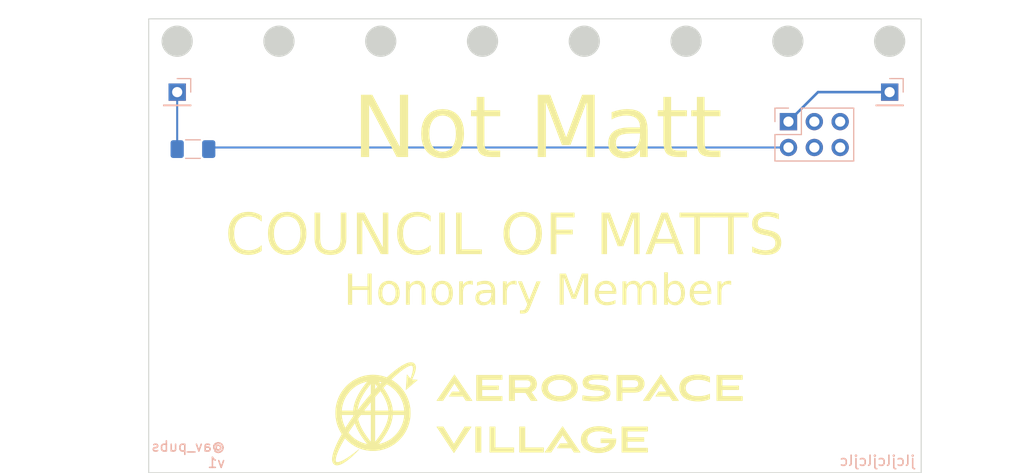
<source format=kicad_pcb>
(kicad_pcb (version 20220621) (generator pcbnew)
  (layers (0 "F.Cu" signal) (31 "B.Cu" signal) (34 "B.Paste" user) (35 "F.Paste" user) (36 "B.SilkS" user "B.Silkscreen") (37 "F.SilkS" user "F.Silkscreen") (38 "B.Mask" user) (39 "F.Mask" user) (44 "Edge.Cuts" user))
  (net 0 "")
  (footprint "Connector_PinHeader_2.54mm:PinHeader_2x03_P2.54mm_Vertical" (layer "B.Cu") (at 128.06 68.9 -90)
    (fp_text reference "REF**" hide)
    (fp_text value "PinHeader_2x03_P2.54mm_Vertical")
  )
  (footprint "Connector_PinHeader_2.54mm:PinHeader_1x01_P2.54mm_Vertical" (layer "B.Cu") (at 68 66 180)
    (fp_text reference "REF**" hide)
    (fp_text value "PinHeader_1x01_P2.54mm_Vertical")
  )
  (footprint "Resistor_SMD:R_1206_3216Metric_Pad1.30x1.75mm_HandSolder" (layer "B.Cu") (at 69.55 71.6 180)
    (fp_text reference "REF**" hide)
    (fp_text value "R_1206_3216Metric_Pad1.30x1.75mm_HandSolder")
  )
  (footprint "Connector_PinHeader_2.54mm:PinHeader_1x01_P2.54mm_Vertical" (layer "B.Cu") (at 138 66 180)
    (fp_text reference "REF**" hide)
    (fp_text value "PinHeader_1x01_P2.54mm_Vertical")
  )
  (gr_poly (pts (xy 85.964983 97.803052) (xy 85.894623 97.897778) (xy 85.824683 97.9928) (xy 85.755216 98.08805) (xy 85.75385 98.082507) (xy 85.720527 97.897981) (xy 85.720331 97.896716) (xy 85.720165 97.895517) (xy 85.699268 97.708614) (xy 86.035764 97.708614)) (stroke (width 0.04)) (fill solid) (layer "F.SilkS"))
  (gr_poly (pts (xy 112.975377 93.807647) (xy 113.03898 93.81158) (xy 113.100014 93.818016) (xy 113.15851 93.826858) (xy 113.214502 93.838009) (xy 113.268022 93.851371) (xy 113.319103 93.866848) (xy 113.367777 93.884342) (xy 113.414078 93.903756) (xy 113.458039 93.924993) (xy 113.499691 93.947956) (xy 113.539068 93.972547) (xy 113.576203 93.998669) (xy 113.611128 94.026225) (xy 113.643876 94.055119) (xy 113.674479 94.085252) (xy 113.702971 94.116528) (xy 113.729385 94.148849) (xy 113.753752 94.182118) (xy 113.776106 94.216238) (xy 113.79648 94.251112) (xy 113.814905 94.286643) (xy 113.831416 94.322733) (xy 113.846045 94.359286) (xy 113.858824 94.396203) (xy 113.869786 94.433389) (xy 113.878964 94.470745) (xy 113.886391 94.508175) (xy 113.896122 94.582866) (xy 113.899241 94.656686) (xy 113.896035 94.730558) (xy 113.886239 94.805401) (xy 113.869589 94.880422) (xy 113.84582 94.95483) (xy 113.81467 95.027833) (xy 113.796243 95.06356) (xy 113.775872 95.09864) (xy 113.753523 95.132973) (xy 113.729163 95.16646) (xy 113.70276 95.199002) (xy 113.674279 95.230501) (xy 113.643689 95.260857) (xy 113.610955 95.289971) (xy 113.576046 95.317746) (xy 113.538927 95.34408) (xy 113.499566 95.368877) (xy 113.45793 95.392036) (xy 113.413986 95.413459) (xy 113.367701 95.433048) (xy 113.319042 95.450702) (xy 113.267975 95.466323) (xy 113.214468 95.479812) (xy 113.158487 95.491071) (xy 113.1 95.5) (xy 113.038974 95.5065) (xy 112.975375 95.510473) (xy 112.90917 95.511819) (xy 111.728599 95.511819) (xy 111.728599 96.317211) (xy 111.183558 96.317211) (xy 111.183558 95.036627) (xy 111.729129 95.036627) (xy 112.794339 95.036627) (xy 112.834999 95.036019) (xy 112.873572 95.034227) (xy 112.910111 95.031294) (xy 112.944666 95.027269) (xy 112.977291 95.022195) (xy 113.008038 95.01612) (xy 113.036958 95.009089) (xy 113.064105 95.001148) (xy 113.089531 94.992343) (xy 113.113287 94.982719) (xy 113.135426 94.972323) (xy 113.155999 94.961199) (xy 113.175061 94.949395) (xy 113.192661 94.936956) (xy 113.208854 94.923927) (xy 113.22369 94.910355) (xy 113.237223 94.896285) (xy 113.249504 94.881763) (xy 113.260586 94.866836) (xy 113.270521 94.851548) (xy 113.279361 94.835946) (xy 113.287158 94.820075) (xy 113.293964 94.803982) (xy 113.299833 94.787712) (xy 113.304815 94.771311) (xy 113.308964 94.754825) (xy 113.314969 94.72178) (xy 113.318266 94.688945) (xy 113.319272 94.656686) (xy 113.318266 94.625265) (xy 113.314969 94.593163) (xy 113.308964 94.560754) (xy 113.299833 94.528412) (xy 113.287158 94.496511) (xy 113.270521 94.465423) (xy 113.260586 94.450301) (xy 113.249504 94.435523) (xy 113.237223 94.421135) (xy 113.22369 94.407184) (xy 113.208854 94.393716) (xy 113.192661 94.380779) (xy 113.175061 94.368419) (xy 113.155999 94.356683) (xy 113.135426 94.345618) (xy 113.113287 94.335269) (xy 113.089531 94.325685) (xy 113.064105 94.316911) (xy 113.036958 94.308994) (xy 113.008038 94.301982) (xy 112.977291 94.29592) (xy 112.944666 94.290856) (xy 112.910111 94.286835) (xy 112.873572 94.283906) (xy 112.834999 94.282114) (xy 112.794339 94.281506) (xy 111.729129 94.281506) (xy 111.729129 95.036627) (xy 111.183558 95.036627) (xy 111.183558 93.806315) (xy 112.90917 93.806315)) (stroke (width 0.04)) (fill solid) (layer "F.SilkS"))
  (gr_poly (pts (xy 102.175025 100.926252) (xy 104.005413 100.926252) (xy 104.005413 101.396153) (xy 101.629983 101.396153) (xy 101.629983 98.885256) (xy 102.175025 98.885256)) (stroke (width 0.04)) (fill solid) (layer "F.SilkS"))
  (gr_poly (pts (xy 96.982842 96.317211) (xy 96.372713 96.317211) (xy 96.092254 95.891761) (xy 94.725946 95.891761) (xy 95.018575 95.446731) (xy 95.802271 95.446731) (xy 95.242413 94.591598) (xy 94.682025 95.446731) (xy 94.682554 95.446731) (xy 94.389925 95.891761) (xy 94.38675 95.891761) (xy 94.111583 96.317211) (xy 93.501454 96.317211) (xy 95.242413 93.766098)) (stroke (width 0.04)) (fill solid) (layer "F.SilkS"))
  (gr_poly (pts (xy 109.501694 98.846205) (xy 109.589622 98.849679) (xy 109.676654 98.855424) (xy 109.762695 98.863403) (xy 109.847651 98.873581) (xy 109.931427 98.885921) (xy 110.013929 98.900386) (xy 110.095062 98.91694) (xy 110.174731 98.935547) (xy 110.252842 98.95617) (xy 110.329301 98.978772) (xy 110.404013 99.003318) (xy 110.476883 99.029771) (xy 110.547816 99.058094) (xy 110.616719 99.088251) (xy 110.683496 99.120206) (xy 110.683496 99.605452) (xy 110.550297 99.545158) (xy 110.412447 99.488919) (xy 110.341502 99.462705) (xy 110.269065 99.437964) (xy 110.195024 99.414852) (xy 110.119271 99.393521) (xy 110.041694 99.374124) (xy 109.962184 99.356816) (xy 109.880631 99.341749) (xy 109.796925 99.329078) (xy 109.710955 99.318955) (xy 109.622612 99.311535) (xy 109.531785 99.30697) (xy 109.438365 99.305414) (xy 109.341155 99.307648) (xy 109.241611 99.314603) (xy 109.140919 99.326661) (xy 109.040267 99.344201) (xy 108.940843 99.367604) (xy 108.891963 99.381623) (xy 108.843834 99.39725) (xy 108.796607 99.414534) (xy 108.750429 99.433522) (xy 108.705448 99.454261) (xy 108.661813 99.476798) (xy 108.619673 99.501182) (xy 108.579176 99.52746) (xy 108.54047 99.555679) (xy 108.503704 99.585888) (xy 108.469026 99.618133) (xy 108.436585 99.652463) (xy 108.406529 99.688924) (xy 108.379006 99.727565) (xy 108.354166 99.768433) (xy 108.332156 99.811576) (xy 108.313125 99.85704) (xy 108.297221 99.904874) (xy 108.284593 99.955126) (xy 108.275389 100.007843) (xy 108.269758 100.063071) (xy 108.267848 100.12086) (xy 108.269288 100.170369) (xy 108.273568 100.218574) (xy 108.280631 100.265456) (xy 108.290417 100.311) (xy 108.302869 100.355186) (xy 108.317927 100.397998) (xy 108.335534 100.439418) (xy 108.355632 100.479428) (xy 108.37816 100.518012) (xy 108.403062 100.555151) (xy 108.430279 100.590827) (xy 108.459752 100.625024) (xy 108.491423 100.657724) (xy 108.525234 100.688909) (xy 108.561126 100.718562) (xy 108.59904 100.746665) (xy 108.638918 100.773201) (xy 108.680703 100.798152) (xy 108.769755 100.843229) (xy 108.86573 100.881756) (xy 108.968159 100.913592) (xy 109.076575 100.938598) (xy 109.190512 100.956634) (xy 109.309501 100.967558) (xy 109.433075 100.97123) (xy 109.507382 100.969839) (xy 109.583633 100.965512) (xy 109.661188 100.958013) (xy 109.739412 100.947112) (xy 109.817667 100.932573) (xy 109.895316 100.914164) (xy 109.971722 100.891651) (xy 110.046247 100.864802) (xy 110.082605 100.849678) (xy 110.118254 100.833382) (xy 110.153114 100.815885) (xy 110.187106 100.797158) (xy 110.22015 100.777172) (xy 110.252167 100.755898) (xy 110.283076 100.733306) (xy 110.312798 100.709367) (xy 110.341254 100.684053) (xy 110.368363 100.657333) (xy 110.394047 100.629179) (xy 110.418224 100.599562) (xy 110.440817 100.568453) (xy 110.461745 100.535821) (xy 110.480928 100.501639) (xy 110.498288 100.465876) (xy 109.633098 100.465876) (xy 109.633098 100.060534) (xy 111.108415 100.060534) (xy 111.108642 100.076794) (xy 111.109242 100.092185) (xy 111.11106 100.122447) (xy 111.112031 100.138359) (xy 111.112879 100.155487) (xy 111.113478 100.174351) (xy 111.113705 100.195472) (xy 111.111367 100.270804) (xy 111.104439 100.343896) (xy 111.093051 100.414739) (xy 111.07733 100.483323) (xy 111.057408 100.549638) (xy 111.033411 100.613673) (xy 111.005471 100.675419) (xy 110.973716 100.734866) (xy 110.938275 100.792004) (xy 110.899277 100.846823) (xy 110.856852 100.899313) (xy 110.811129 100.949463) (xy 110.762236 100.997264) (xy 110.710303 101.042707) (xy 110.65546 101.08578) (xy 110.597834 101.126474) (xy 110.474755 101.200686) (xy 110.342099 101.265262) (xy 110.2009 101.320122) (xy 110.05219 101.365187) (xy 109.897003 101.400376) (xy 109.736372 101.42561) (xy 109.57133 101.440809) (xy 109.402911 101.445893) (xy 109.317479 101.444533) (xy 109.232815 101.440463) (xy 109.149049 101.433699) (xy 109.066306 101.424256) (xy 108.984715 101.41215) (xy 108.904403 101.397397) (xy 108.825497 101.380012) (xy 108.748125 101.360011) (xy 108.672414 101.337409) (xy 108.598491 101.312222) (xy 108.526485 101.284466) (xy 108.456522 101.254156) (xy 108.388729 101.221308) (xy 108.323235 101.185937) (xy 108.260167 101.148059) (xy 108.199651 101.10769) (xy 108.141816 101.064844) (xy 108.086789 101.019539) (xy 108.034698 100.971789) (xy 107.985669 100.92161) (xy 107.93983 100.869018) (xy 107.897308 100.814027) (xy 107.858232 100.756655) (xy 107.822728 100.696916) (xy 107.790923 100.634826) (xy 107.762946 100.5704) (xy 107.738924 100.503655) (xy 107.718983 100.434605) (xy 107.703252 100.363267) (xy 107.691858 100.289656) (xy 107.684928 100.213787) (xy 107.68259 100.135677) (xy 107.685069 100.054084) (xy 107.692407 99.97529) (xy 107.704449 99.899281) (xy 107.721043 99.826043) (xy 107.742036 99.755563) (xy 107.767275 99.687826) (xy 107.796607 99.62282) (xy 107.82988 99.560531) (xy 107.86694 99.500944) (xy 107.907634 99.444047) (xy 107.95181 99.389825) (xy 107.999314 99.338265) (xy 108.049995 99.289354) (xy 108.103698 99.243077) (xy 108.160271 99.199421) (xy 108.219561 99.158372) (xy 108.345682 99.084042) (xy 108.480835 99.019978) (xy 108.6238 98.966069) (xy 108.773351 98.922207) (xy 108.928267 98.888282) (xy 109.087323 98.864186) (xy 109.249297 98.849808) (xy 109.412965 98.845039)) (stroke (width 0.04)) (fill solid) (layer "F.SilkS"))
  (gr_poly (pts (xy 117.271091 96.317211) (xy 116.66096 96.317211) (xy 116.380502 95.891761) (xy 115.008903 95.891761) (xy 115.30153 95.446731) (xy 116.09052 95.446731) (xy 115.530661 94.591598) (xy 114.400361 96.317211) (xy 113.789702 96.317211) (xy 115.530661 93.766098)) (stroke (width 0.04)) (fill solid) (layer "F.SilkS"))
  (gr_poly (pts (xy 97.858083 101.396153) (xy 97.313041 101.396153) (xy 97.313041 98.885256) (xy 97.858083 98.885256)) (stroke (width 0.04)) (fill solid) (layer "F.SilkS"))
  (gr_poly (pts (xy 95.192142 100.585998) (xy 96.252592 98.885256) (xy 96.892884 98.885256) (xy 95.192142 101.446422) (xy 93.501454 98.885256) (xy 94.147038 98.885256)) (stroke (width 0.04)) (fill solid) (layer "F.SilkS"))
  (gr_poly (pts (xy 102.395747 93.807676) (xy 102.459351 93.811693) (xy 102.520384 93.818265) (xy 102.578881 93.82729) (xy 102.634874 93.838669) (xy 102.688395 93.852299) (xy 102.739478 93.868081) (xy 102.788155 93.885913) (xy 102.83446 93.905695) (xy 102.878425 93.927325) (xy 102.920083 93.950703) (xy 102.959466 93.975728) (xy 102.996608 94.002299) (xy 103.031542 94.030315) (xy 103.0643 94.059675) (xy 103.094915 94.090279) (xy 103.12342 94.122025) (xy 103.149849 94.154813) (xy 103.174232 94.188542) (xy 103.196605 94.223111) (xy 103.216999 94.258419) (xy 103.235447 94.294365) (xy 103.251983 94.330849) (xy 103.266638 94.367769) (xy 103.279446 94.405025) (xy 103.29044 94.442515) (xy 103.307116 94.517797) (xy 103.316929 94.592808) (xy 103.320141 94.66674) (xy 103.318368 94.724137) (xy 103.312973 94.78183) (xy 103.303845 94.839515) (xy 103.290872 94.896894) (xy 103.273943 94.953666) (xy 103.26396 94.981729) (xy 103.252946 95.009528) (xy 103.240887 95.037025) (xy 103.227769 95.064182) (xy 103.213578 95.090961) (xy 103.198301 95.117325) (xy 103.181923 95.143237) (xy 103.16443 95.168658) (xy 103.145809 95.193551) (xy 103.126045 95.217879) (xy 103.105125 95.241604) (xy 103.083034 95.264688) (xy 103.059758 95.287094) (xy 103.035285 95.308784) (xy 103.009599 95.329721) (xy 102.982686 95.349867) (xy 102.954534 95.369184) (xy 102.925127 95.387634) (xy 102.894452 95.405181) (xy 102.862495 95.421787) (xy 102.829242 95.437413) (xy 102.794679 95.452023) (xy 103.374644 96.317211) (xy 102.764515 96.317211) (xy 102.23429 95.531927) (xy 101.159023 95.531927) (xy 101.159023 96.317211) (xy 100.613982 96.317211) (xy 100.613982 95.051444) (xy 101.159554 95.051444) (xy 102.250168 95.051444) (xy 102.288061 95.050851) (xy 102.323985 95.0491) (xy 102.357992 95.046234) (xy 102.390131 95.042293) (xy 102.420452 95.037321) (xy 102.449005 95.031359) (xy 102.475841 95.02445) (xy 102.50101 95.016635) (xy 102.524562 95.007956) (xy 102.546547 94.998456) (xy 102.567016 94.988177) (xy 102.586018 94.97716) (xy 102.603604 94.965448) (xy 102.619824 94.953083) (xy 102.634728 94.940106) (xy 102.648366 94.926561) (xy 102.660789 94.912488) (xy 102.672047 94.89793) (xy 102.68219 94.882929) (xy 102.691268 94.867528) (xy 102.699331 94.851767) (xy 102.70643 94.83569) (xy 102.712615 94.819337) (xy 102.717935 94.802752) (xy 102.722442 94.785977) (xy 102.726184 94.769052) (xy 102.73158 94.734926) (xy 102.734522 94.70071) (xy 102.735414 94.66674) (xy 102.734522 94.635319) (xy 102.73158 94.603217) (xy 102.726184 94.570809) (xy 102.717935 94.538467) (xy 102.70643 94.506565) (xy 102.699331 94.490896) (xy 102.691268 94.475477) (xy 102.68219 94.460355) (xy 102.672047 94.445577) (xy 102.660789 94.431189) (xy 102.648366 94.417238) (xy 102.634727 94.40377) (xy 102.619823 94.390834) (xy 102.603603 94.378474) (xy 102.586017 94.366738) (xy 102.567015 94.355672) (xy 102.546546 94.345324) (xy 102.524561 94.335739) (xy 102.501009 94.326965) (xy 102.47584 94.319049) (xy 102.449004 94.312036) (xy 102.420451 94.305974) (xy 102.39013 94.30091) (xy 102.357992 94.29689) (xy 102.323985 94.29396) (xy 102.288061 94.292168) (xy 102.250168 94.291561) (xy 101.159554 94.291561) (xy 101.159554 95.051444) (xy 100.613982 95.051444) (xy 100.613982 93.806315) (xy 102.329541 93.806315)) (stroke (width 0.04)) (fill solid) (layer "F.SilkS"))
  (gr_poly (pts (xy 84.194193 99.603498) (xy 84.216151 99.635969) (xy 84.240715 99.671483) (xy 84.265675 99.706691) (xy 84.291064 99.741565) (xy 84.317734 99.777241) (xy 84.344818 99.812577) (xy 84.37231 99.847573) (xy 84.400205 99.882228) (xy 84.42162 99.908082) (xy 84.443369 99.933635) (xy 84.465343 99.958988) (xy 84.487435 99.984238) (xy 84.470557 100.012116) (xy 84.453473 100.039888) (xy 84.436447 100.067689) (xy 84.419739 100.095652) (xy 84.285178 100.329747) (xy 84.15369 100.565039) (xy 84.089812 100.68338) (xy 84.027559 100.802316) (xy 83.967217 100.921944) (xy 83.909072 101.042364) (xy 83.853257 101.163083) (xy 83.799492 101.284914) (xy 83.74863 101.407526) (xy 83.701527 101.530592) (xy 83.659038 101.653782) (xy 83.639791 101.71532) (xy 83.622018 101.776766) (xy 83.605825 101.838079) (xy 83.59132 101.899217) (xy 83.57861 101.96014) (xy 83.567801 102.020805) (xy 83.564567 102.05027) (xy 83.562065 102.079427) (xy 83.560382 102.108122) (xy 83.559605 102.136202) (xy 83.55982 102.163512) (xy 83.560327 102.176831) (xy 83.561114 102.1899) (xy 83.562193 102.2027) (xy 83.563573 102.215212) (xy 83.565267 102.227416) (xy 83.567284 102.239294) (xy 83.570034 102.250728) (xy 83.572937 102.261438) (xy 83.576011 102.271455) (xy 83.579274 102.280812) (xy 83.582745 102.289539) (xy 83.586441 102.297669) (xy 83.588379 102.301519) (xy 83.59038 102.305233) (xy 83.592446 102.308812) (xy 83.59458 102.312263) (xy 83.596783 102.315587) (xy 83.599059 102.31879) (xy 83.601408 102.321876) (xy 83.603835 102.324848) (xy 83.60634 102.32771) (xy 83.608926 102.330466) (xy 83.611595 102.333121) (xy 83.61435 102.335677) (xy 83.617192 102.33814) (xy 83.620125 102.340513) (xy 83.623149 102.3428) (xy 83.626268 102.345005) (xy 83.632799 102.349185) (xy 83.639734 102.353085) (xy 83.647548 102.356856) (xy 83.656077 102.360229) (xy 83.665282 102.363207) (xy 83.675121 102.365787) (xy 83.685552 102.367971) (xy 83.696535 102.369758) (xy 83.708028 102.371148) (xy 83.71999 102.372141) (xy 83.73238 102.372738) (xy 83.745157 102.372938) (xy 83.758279 102.37274) (xy 83.771705 102.372146) (xy 83.785395 102.371154) (xy 83.799306 102.369766) (xy 83.813398 102.36798) (xy 83.82763 102.365797) (xy 83.856413 102.360654) (xy 83.88557 102.354408) (xy 83.915032 102.347146) (xy 83.944735 102.338955) (xy 83.974611 102.32992) (xy 84.004595 102.320129) (xy 84.034619 102.309666) (xy 84.064618 102.298618) (xy 84.124859 102.274036) (xy 84.184741 102.247788) (xy 84.244273 102.219981) (xy 84.303468 102.190724) (xy 84.362335 102.160123) (xy 84.420885 102.128288) (xy 84.537077 102.061345) (xy 84.652128 101.990755) (xy 84.766122 101.917381) (xy 84.879144 101.842086) (xy 84.99128 101.765731) (xy 85.102258 101.686689) (xy 85.212558 101.606377) (xy 85.322199 101.524873) (xy 85.431201 101.442251) (xy 85.647364 101.273957) (xy 85.861201 101.102102) (xy 85.767273 101.20234) (xy 85.672341 101.301749) (xy 85.576295 101.400191) (xy 85.47902 101.49753) (xy 85.380407 101.593629) (xy 85.280342 101.68835) (xy 85.178713 101.781557) (xy 85.075409 101.873114) (xy 85.023365 101.918548) (xy 84.9708 101.963536) (xy 84.91769 102.008028) (xy 84.864009 102.051975) (xy 84.809733 102.095326) (xy 84.754837 102.138032) (xy 84.699295 102.180043) (xy 84.643084 102.22131) (xy 84.586235 102.262092) (xy 84.528711 102.302191) (xy 84.470381 102.341473) (xy 84.411115 102.3798) (xy 84.350782 102.417035) (xy 84.289252 102.453042) (xy 84.226395 102.487685) (xy 84.16208 102.520827) (xy 84.129147 102.53653) (xy 84.095766 102.551793) (xy 84.061839 102.566474) (xy 84.027266 102.58043) (xy 83.99195 102.593518) (xy 83.95579 102.605595) (xy 83.918689 102.616518) (xy 83.899754 102.621502) (xy 83.880547 102.626144) (xy 83.84166 102.634265) (xy 83.801233 102.641103) (xy 83.780457 102.643826) (xy 83.759316 102.645971) (xy 83.737814 102.64745) (xy 83.715959 102.648178) (xy 83.693757 102.648069) (xy 83.671214 102.647037) (xy 83.648336 102.644996) (xy 83.62513 102.641859) (xy 83.601601 102.63754) (xy 83.577757 102.631954) (xy 83.553604 102.625015) (xy 83.529147 102.616635) (xy 83.517116 102.611672) (xy 83.505227 102.606308) (xy 83.493475 102.600545) (xy 83.481853 102.594385) (xy 83.470355 102.587827) (xy 83.458974 102.580874) (xy 83.447706 102.573526) (xy 83.436543 102.565785) (xy 83.426476 102.557283) (xy 83.416524 102.548476) (xy 83.406697 102.539408) (xy 83.397008 102.530122) (xy 83.387468 102.520662) (xy 83.378088 102.511073) (xy 83.36888 102.501398) (xy 83.359855 102.491681) (xy 83.345605 102.470474) (xy 83.338566 102.459757) (xy 83.331637 102.44898) (xy 83.324858 102.438153) (xy 83.318266 102.427287) (xy 83.3119 102.416394) (xy 83.305801 102.405485) (xy 83.301289 102.394721) (xy 83.296874 102.383871) (xy 83.288308 102.361957) (xy 83.280039 102.339845) (xy 83.272005 102.317635) (xy 83.266498 102.29601) (xy 83.26166 102.274588) (xy 83.257454 102.253361) (xy 83.253846 102.232322) (xy 83.250798 102.211462) (xy 83.248274 102.190775) (xy 83.246238 102.170252) (xy 83.244654 102.149885) (xy 83.242695 102.10959) (xy 83.242109 102.069829) (xy 83.242605 102.03054) (xy 83.243893 101.99166) (xy 83.250802 101.915986) (xy 83.260272 101.841677) (xy 83.272085 101.76861) (xy 83.286026 101.69666) (xy 83.301876 101.625702) (xy 83.31942 101.555611) (xy 83.338439 101.486264) (xy 83.358718 101.417535) (xy 83.37991 101.349407) (xy 83.402146 101.281903) (xy 83.425325 101.214954) (xy 83.449348 101.148493) (xy 83.474115 101.082454) (xy 83.499527 101.01677) (xy 83.551884 100.886198) (xy 83.622417 100.719705) (xy 83.696161 100.555133) (xy 83.772864 100.39234) (xy 83.852275 100.231187) (xy 83.934142 100.071534) (xy 84.018211 99.913242) (xy 84.104231 99.75617) (xy 84.191911 99.600246)) (stroke (width 0.04)) (fill solid) (layer "F.SilkS"))
  (gr_poly (pts (xy 105.58127 93.766098) (xy 105.672591 93.767515) (xy 105.762631 93.771747) (xy 105.851283 93.778765) (xy 105.938442 93.78854) (xy 106.024002 93.801045) (xy 106.107856 93.816251) (xy 106.189898 93.834129) (xy 106.270022 93.854651) (xy 106.348122 93.877788) (xy 106.424093 93.903512) (xy 106.497827 93.931795) (xy 106.569219 93.962607) (xy 106.638163 93.995921) (xy 106.704552 94.031708) (xy 106.768281 94.069939) (xy 106.829244 94.110586) (xy 106.887333 94.15362) (xy 106.942444 94.199014) (xy 106.99447 94.246738) (xy 107.043305 94.296763) (xy 107.088843 94.349063) (xy 107.130977 94.403607) (xy 107.169603 94.460368) (xy 107.204613 94.519317) (xy 107.235901 94.580426) (xy 107.263362 94.643666) (xy 107.28689 94.709008) (xy 107.306377 94.776424) (xy 107.321719 94.845886) (xy 107.332808 94.917365) (xy 107.33954 94.990833) (xy 107.341807 95.066261) (xy 107.339538 95.140804) (xy 107.332803 95.213499) (xy 107.321706 95.284313) (xy 107.306355 95.353211) (xy 107.286857 95.420158) (xy 107.263317 95.485122) (xy 107.235842 95.548068) (xy 107.204538 95.608962) (xy 107.169512 95.667771) (xy 107.130871 95.724459) (xy 107.08872 95.778993) (xy 107.043165 95.83134) (xy 106.994314 95.881464) (xy 106.942273 95.929332) (xy 106.887148 95.974911) (xy 106.829045 96.018165) (xy 106.704333 96.097566) (xy 106.568987 96.167263) (xy 106.423858 96.226984) (xy 106.269799 96.276457) (xy 106.107659 96.315409) (xy 105.93829 96.343569) (xy 105.762544 96.360664) (xy 105.58127 96.366423) (xy 105.490415 96.364979) (xy 105.400782 96.36067) (xy 105.31248 96.353529) (xy 105.225618 96.34359) (xy 105.140305 96.330887) (xy 105.056651 96.315454) (xy 104.974763 96.297324) (xy 104.894752 96.276531) (xy 104.816725 96.253109) (xy 104.740793 96.227091) (xy 104.667064 96.198511) (xy 104.595648 96.167403) (xy 104.526652 96.1338) (xy 104.460187 96.097737) (xy 104.39636 96.059247) (xy 104.335282 96.018364) (xy 104.277061 95.975121) (xy 104.221807 95.929552) (xy 104.169627 95.881691) (xy 104.120632 95.831572) (xy 104.07493 95.779228) (xy 104.03263 95.724693) (xy 103.993841 95.668001) (xy 103.958673 95.609186) (xy 103.927234 95.54828) (xy 103.899633 95.485319) (xy 103.875979 95.420335) (xy 103.856382 95.353363) (xy 103.840949 95.284435) (xy 103.829791 95.213587) (xy 103.823017 95.140851) (xy 103.82075 95.06679) (xy 104.405992 95.06679) (xy 104.407434 95.113605) (xy 104.41172 95.159281) (xy 104.418796 95.203795) (xy 104.428602 95.247125) (xy 104.441084 95.289248) (xy 104.456183 95.33014) (xy 104.473843 95.36978) (xy 104.494007 95.408144) (xy 104.516618 95.445209) (xy 104.54162 95.480954) (xy 104.568955 95.515355) (xy 104.598566 95.548389) (xy 104.630397 95.580033) (xy 104.664391 95.610265) (xy 104.70049 95.639062) (xy 104.738639 95.666402) (xy 104.820856 95.716617) (xy 104.910586 95.760727) (xy 105.007375 95.798551) (xy 105.110767 95.829906) (xy 105.220308 95.854611) (xy 105.335542 95.872482) (xy 105.456014 95.883339) (xy 105.58127 95.886998) (xy 105.644468 95.88608) (xy 105.706527 95.883339) (xy 105.767389 95.878799) (xy 105.826999 95.872482) (xy 105.8853 95.864412) (xy 105.942233 95.854611) (xy 105.997744 95.843101) (xy 106.051774 95.829906) (xy 106.104267 95.815048) (xy 106.155166 95.798551) (xy 106.204415 95.780436) (xy 106.251955 95.760727) (xy 106.297731 95.739446) (xy 106.341685 95.716617) (xy 106.383761 95.692261) (xy 106.423902 95.666402) (xy 106.462051 95.639062) (xy 106.49815 95.610265) (xy 106.532144 95.580033) (xy 106.563975 95.548389) (xy 106.593586 95.515355) (xy 106.620921 95.480954) (xy 106.645923 95.445209) (xy 106.668534 95.408144) (xy 106.688698 95.36978) (xy 106.706358 95.33014) (xy 106.721457 95.289248) (xy 106.733938 95.247125) (xy 106.743745 95.203795) (xy 106.75082 95.159281) (xy 106.755107 95.113605) (xy 106.756549 95.06679) (xy 106.755107 95.019137) (xy 106.75082 94.972729) (xy 106.743745 94.927584) (xy 106.733938 94.88372) (xy 106.721457 94.841154) (xy 106.706358 94.799903) (xy 106.688698 94.759985) (xy 106.668534 94.721418) (xy 106.645923 94.684219) (xy 106.620921 94.648405) (xy 106.593586 94.613995) (xy 106.563975 94.581006) (xy 106.532144 94.549455) (xy 106.49815 94.519359) (xy 106.462051 94.490737) (xy 106.423902 94.463606) (xy 106.341685 94.413887) (xy 106.251955 94.370342) (xy 106.155166 94.333111) (xy 106.051774 94.302334) (xy 105.942233 94.278153) (xy 105.826999 94.260707) (xy 105.706527 94.250136) (xy 105.58127 94.246582) (xy 105.518073 94.247473) (xy 105.456014 94.250136) (xy 105.395152 94.254553) (xy 105.335542 94.260707) (xy 105.277242 94.268579) (xy 105.220308 94.278153) (xy 105.164797 94.289411) (xy 105.110767 94.302334) (xy 105.058274 94.316907) (xy 105.007375 94.333111) (xy 104.958127 94.350928) (xy 104.910586 94.370342) (xy 104.86481 94.391334) (xy 104.820856 94.413887) (xy 104.77878 94.437984) (xy 104.738639 94.463606) (xy 104.70049 94.490737) (xy 104.664391 94.519359) (xy 104.630397 94.549455) (xy 104.598566 94.581006) (xy 104.568955 94.613995) (xy 104.54162 94.648405) (xy 104.516618 94.684219) (xy 104.494007 94.721418) (xy 104.473843 94.759985) (xy 104.456183 94.799903) (xy 104.441084 94.841154) (xy 104.428602 94.88372) (xy 104.418796 94.927584) (xy 104.41172 94.972729) (xy 104.407434 95.019137) (xy 104.405992 95.06679) (xy 103.82075 95.06679) (xy 103.820734 95.066261) (xy 103.823017 94.990833) (xy 103.829791 94.917365) (xy 103.840949 94.845886) (xy 103.856382 94.776424) (xy 103.875979 94.709008) (xy 103.899633 94.643666) (xy 103.927234 94.580426) (xy 103.958673 94.519317) (xy 103.993841 94.460368) (xy 104.03263 94.403607) (xy 104.07493 94.349063) (xy 104.120632 94.296763) (xy 104.169627 94.246738) (xy 104.221807 94.199014) (xy 104.277061 94.15362) (xy 104.335282 94.110586) (xy 104.460187 94.031708) (xy 104.595648 93.962607) (xy 104.740793 93.903512) (xy 104.894752 93.854651) (xy 105.056651 93.816251) (xy 105.225618 93.78854) (xy 105.400782 93.771747) (xy 105.58127 93.766098)) (stroke (width 0.04)) (fill solid) (layer "F.SilkS"))
  (gr_poly (pts (xy 119.250511 93.766451) (xy 119.332131 93.7691) (xy 119.41202 93.773525) (xy 119.490242 93.779732) (xy 119.56686 93.787728) (xy 119.64194 93.79752) (xy 119.715546 93.809115) (xy 119.787741 93.82252) (xy 119.858591 93.837742) (xy 119.92816 93.854788) (xy 119.996511 93.873665) (xy 120.06371 93.89438) (xy 120.129821 93.916939) (xy 120.194908 93.94135) (xy 120.259035 93.967621) (xy 120.322267 93.995756) (xy 120.322267 94.511165) (xy 120.274432 94.48424) (xy 120.223055 94.45794) (xy 120.168216 94.432418) (xy 120.109996 94.407829) (xy 120.048473 94.384324) (xy 119.983728 94.362058) (xy 119.915841 94.341184) (xy 119.844891 94.321856) (xy 119.770959 94.304226) (xy 119.694123 94.28845) (xy 119.614464 94.274679) (xy 119.532062 94.263068) (xy 119.446997 94.253771) (xy 119.359348 94.246939) (xy 119.269195 94.242728) (xy 119.176619 94.24129) (xy 119.104868 94.242195) (xy 119.034989 94.244898) (xy 118.967008 94.249379) (xy 118.900952 94.25562) (xy 118.836847 94.2636) (xy 118.77472 94.273301) (xy 118.714598 94.284703) (xy 118.656508 94.297787) (xy 118.600475 94.312533) (xy 118.546527 94.328923) (xy 118.49469 94.346938) (xy 118.444991 94.366557) (xy 118.397457 94.387761) (xy 118.352114 94.410532) (xy 118.308989 94.43485) (xy 118.268108 94.460696) (xy 118.229499 94.48805) (xy 118.193187 94.516893) (xy 118.1592 94.547206) (xy 118.127564 94.57897) (xy 118.098306 94.612164) (xy 118.071452 94.646771) (xy 118.047029 94.682771) (xy 118.025064 94.720144) (xy 118.005583 94.758872) (xy 117.988613 94.798934) (xy 117.974181 94.840312) (xy 117.962313 94.882986) (xy 117.953036 94.926937) (xy 117.946376 94.972146) (xy 117.942361 95.018594) (xy 117.941017 95.066261) (xy 117.942347 95.113976) (xy 117.946322 95.160468) (xy 117.952922 95.205719) (xy 117.962125 95.24971) (xy 117.97391 95.292421) (xy 117.988257 95.333833) (xy 118.005144 95.373926) (xy 118.024551 95.412683) (xy 118.046456 95.450083) (xy 118.070838 95.486107) (xy 118.097676 95.520736) (xy 118.12695 95.553952) (xy 118.158637 95.585734) (xy 118.192718 95.616063) (xy 118.229171 95.644921) (xy 118.267976 95.672289) (xy 118.352553 95.722474) (xy 118.446283 95.766466) (xy 118.548997 95.804111) (xy 118.660526 95.835255) (xy 118.780704 95.859746) (xy 118.90936 95.87743) (xy 119.046328 95.888152) (xy 119.191438 95.891761) (xy 119.27997 95.890494) (xy 119.367213 95.886787) (xy 119.452932 95.88078) (xy 119.536892 95.872611) (xy 119.618859 95.862421) (xy 119.698597 95.850349) (xy 119.775872 95.836534) (xy 119.850448 95.821117) (xy 119.922091 95.804236) (xy 119.990567 95.78603) (xy 120.055639 95.766641) (xy 120.117074 95.746207) (xy 120.174635 95.724867) (xy 120.22809 95.702761) (xy 120.277202 95.680029) (xy 120.321736 95.65681) (xy 120.321736 96.142585) (xy 120.258452 96.16979) (xy 120.194182 96.195245) (xy 120.128883 96.218949) (xy 120.062511 96.240903) (xy 119.995022 96.261105) (xy 119.926374 96.279554) (xy 119.856523 96.29625) (xy 119.785425 96.311191) (xy 119.713038 96.324378) (xy 119.639317 96.335809) (xy 119.56422 96.345483) (xy 119.487703 96.353401) (xy 119.409722 96.35956) (xy 119.330235 96.36396) (xy 119.249197 96.366601) (xy 119.166566 96.367481) (xy 119.063277 96.366121) (xy 118.962497 96.362054) (xy 118.864277 96.355295) (xy 118.768667 96.345863) (xy 118.675717 96.333775) (xy 118.585479 96.319048) (xy 118.498003 96.3017) (xy 118.413338 96.281748) (xy 118.331536 96.259209) (xy 118.252648 96.234101) (xy 118.176722 96.206441) (xy 118.103811 96.176246) (xy 118.033965 96.143535) (xy 117.967233 96.108323) (xy 117.903667 96.070628) (xy 117.843317 96.030468) (xy 117.786234 95.987861) (xy 117.732467 95.942822) (xy 117.682068 95.895371) (xy 117.635087 95.845524) (xy 117.591574 95.793298) (xy 117.55158 95.738711) (xy 117.515156 95.68178) (xy 117.482351 95.622522) (xy 117.453216 95.560956) (xy 117.427803 95.497097) (xy 117.40616 95.430964) (xy 117.38834 95.362574) (xy 117.374392 95.291944) (xy 117.364366 95.219092) (xy 117.358314 95.144035) (xy 117.356285 95.06679) (xy 117.356288 95.06679) (xy 117.358317 94.989545) (xy 117.364369 94.914487) (xy 117.374395 94.841634) (xy 117.388344 94.771004) (xy 117.406165 94.702613) (xy 117.427809 94.636479) (xy 117.453225 94.572618) (xy 117.482362 94.511049) (xy 117.51517 94.451788) (xy 117.551599 94.394853) (xy 117.591598 94.34026) (xy 117.635117 94.288028) (xy 117.682106 94.238173) (xy 117.732513 94.190713) (xy 117.78629 94.145664) (xy 117.843385 94.103045) (xy 117.903748 94.062872) (xy 117.967329 94.025163) (xy 118.034077 93.989934) (xy 118.103941 93.957204) (xy 118.25282 93.899306) (xy 118.413561 93.851608) (xy 118.585763 93.814247) (xy 118.769021 93.787362) (xy 118.962932 93.77109) (xy 119.167094 93.765569)) (stroke (width 0.04)) (fill solid) (layer "F.SilkS"))
  (gr_poly (pts (xy 109.287952 93.766953) (xy 109.381758 93.769415) (xy 109.47387 93.773329) (xy 109.563904 93.778542) (xy 109.736215 93.792245) (xy 109.895634 93.809291) (xy 110.039103 93.828446) (xy 110.163566 93.848474) (xy 110.265964 93.868144) (xy 110.343242 93.886219) (xy 110.318373 94.341302) (xy 110.228036 94.317454) (xy 110.126202 94.295075) (xy 110.013033 94.274692) (xy 109.888689 94.256834) (xy 109.753332 94.242027) (xy 109.607123 94.230797) (xy 109.450222 94.223673) (xy 109.282793 94.221182) (xy 109.200297 94.221806) (xy 109.118348 94.22382) (xy 109.037605 94.227436) (xy 108.958727 94.232865) (xy 108.882373 94.240318) (xy 108.809202 94.250008) (xy 108.739873 94.262145) (xy 108.706854 94.269198) (xy 108.675044 94.276942) (xy 108.644523 94.285404) (xy 108.615374 94.294611) (xy 108.58768 94.304588) (xy 108.561522 94.315362) (xy 108.536984 94.32696) (xy 108.514148 94.339407) (xy 108.493096 94.352731) (xy 108.47391 94.366959) (xy 108.456672 94.382115) (xy 108.441466 94.398228) (xy 108.428374 94.415322) (xy 108.417477 94.433426) (xy 108.408858 94.452565) (xy 108.4026 94.472765) (xy 108.398784 94.494054) (xy 108.397494 94.516457) (xy 108.397497 94.516457) (xy 108.403668 94.561913) (xy 108.421655 94.601113) (xy 108.45067 94.6346) (xy 108.489925 94.662916) (xy 108.538633 94.686604) (xy 108.596005 94.706208) (xy 108.661255 94.72227) (xy 108.733593 94.735333) (xy 108.896385 94.754636) (xy 109.07808 94.76846) (xy 109.472964 94.797047) (xy 109.673547 94.820498) (xy 109.867822 94.855847) (xy 109.960624 94.879339) (xy 110.049486 94.907436) (xy 110.133618 94.940678) (xy 110.212235 94.97961) (xy 110.284546 95.024773) (xy 110.349766 95.076712) (xy 110.407106 95.135969) (xy 110.455778 95.203087) (xy 110.494995 95.27861) (xy 110.523967 95.363079) (xy 110.541909 95.457039) (xy 110.548031 95.561031) (xy 110.545873 95.624518) (xy 110.539492 95.684662) (xy 110.529033 95.741551) (xy 110.514639 95.795272) (xy 110.496455 95.845912) (xy 110.474623 95.893558) (xy 110.449288 95.938296) (xy 110.420593 95.980214) (xy 110.388682 96.019399) (xy 110.353699 96.055938) (xy 110.315787 96.089918) (xy 110.27509 96.121425) (xy 110.231752 96.150548) (xy 110.185916 96.177372) (xy 110.087326 96.224474) (xy 109.98047 96.263428) (xy 109.866497 96.29493) (xy 109.746558 96.319675) (xy 109.6218 96.338361) (xy 109.493375 96.351682) (xy 109.362432 96.360336) (xy 109.230119 96.365017) (xy 109.097587 96.366423) (xy 108.934215 96.364591) (xy 108.768016 96.359205) (xy 108.600873 96.350433) (xy 108.434674 96.338443) (xy 108.271302 96.323402) (xy 108.112643 96.305478) (xy 107.960582 96.284837) (xy 107.817004 96.261648) (xy 107.837112 95.806565) (xy 107.984302 95.831296) (xy 108.129997 95.85271) (xy 108.275085 95.870812) (xy 108.420451 95.885609) (xy 108.566984 95.897107) (xy 108.715569 95.905312) (xy 108.867093 95.910231) (xy 109.022444 95.911869) (xy 109.119285 95.911125) (xy 109.214332 95.90875) (xy 109.306972 95.904523) (xy 109.39659 95.898226) (xy 109.482571 95.889641) (xy 109.5643 95.87855) (xy 109.641163 95.864733) (xy 109.677577 95.856734) (xy 109.712544 95.847972) (xy 109.745987 95.838419) (xy 109.77783 95.828048) (xy 109.807995 95.816832) (xy 109.836405 95.804744) (xy 109.862984 95.791755) (xy 109.887655 95.777839) (xy 109.910341 95.762969) (xy 109.930966 95.747116) (xy 109.949451 95.730254) (xy 109.965722 95.712356) (xy 109.979699 95.693394) (xy 109.991308 95.673341) (xy 110.000471 95.652169) (xy 110.007111 95.629851) (xy 110.011151 95.60636) (xy 110.012515 95.581669) (xy 110.006332 95.532184) (xy 109.98831 95.489326) (xy 109.959238 95.452541) (xy 109.919905 95.421275) (xy 109.8711 95.394972) (xy 109.813613 95.37308) (xy 109.748233 95.355045) (xy 109.67575 95.340311) (xy 109.512629 95.318533) (xy 109.330565 95.303314) (xy 108.934866 95.274818) (xy 108.733859 95.252676) (xy 108.539167 95.21936) (xy 108.446162 95.197127) (xy 108.357103 95.170438) (xy 108.27278 95.138738) (xy 108.193983 95.101475) (xy 108.121499 95.058093) (xy 108.056119 95.00804) (xy 107.998632 94.950759) (xy 107.949828 94.885698) (xy 107.910495 94.812302) (xy 107.881422 94.730017) (xy 107.8634 94.63829) (xy 107.857217 94.536565) (xy 107.859445 94.474482) (xy 107.866008 94.415768) (xy 107.876728 94.36033) (xy 107.891427 94.308078) (xy 107.909926 94.25892) (xy 107.932045 94.212764) (xy 107.957607 94.169517) (xy 107.986433 94.12909) (xy 108.018344 94.091389) (xy 108.053161 94.056324) (xy 108.090706 94.023802) (xy 108.130801 93.993733) (xy 108.173265 93.966023) (xy 108.217921 93.940583) (xy 108.313094 93.896141) (xy 108.41489 93.859674) (xy 108.52188 93.830448) (xy 108.632633 93.80773) (xy 108.745721 93.790787) (xy 108.859715 93.778886) (xy 108.973185 93.771293) (xy 109.084701 93.767274) (xy 109.192834 93.766098)) (stroke (width 0.04)) (fill solid) (layer "F.SilkS"))
  (gr_poly (pts (xy 87.044384 96.427555) (xy 86.864793 96.648057) (xy 86.686823 96.869908) (xy 86.510331 97.092947) (xy 86.33519 97.316994) (xy 85.699263 97.316994) (xy 85.699785 97.312331) (xy 85.776113 97.208996) (xy 85.852726 97.105861) (xy 86.141438 96.734656) (xy 86.288053 96.550776) (xy 86.436196 96.368092) (xy 86.585884 96.18664) (xy 86.737134 96.006456) (xy 86.889962 95.827574) (xy 87.044384 95.650032)) (stroke (width 0.04)) (fill solid) (layer "F.SilkS"))
  (gr_poly (pts (xy 114.224678 99.32076) (xy 112.233954 99.32076) (xy 112.233954 99.93089) (xy 113.864845 99.93089) (xy 113.864845 100.326177) (xy 112.233954 100.326177) (xy 112.233954 100.96594) (xy 114.224678 100.96594) (xy 114.224678 101.396153) (xy 111.688911 101.396153) (xy 111.688911 98.885256) (xy 114.224678 98.885256)) (stroke (width 0.04)) (fill solid) (layer "F.SilkS"))
  (gr_poly (pts (xy 87.891669 95.225645) (xy 87.891981 95.226079) (xy 87.892608 95.22697) (xy 87.911716 95.254432) (xy 87.913008 95.256309) (xy 87.933605 95.286896) (xy 87.954087 95.317589) (xy 87.974767 95.348138) (xy 87.803487 95.539657) (xy 87.633392 95.732094) (xy 87.582467 95.790443) (xy 87.531936 95.849159) (xy 87.431234 95.966912) (xy 87.431234 95.220084) (xy 87.557876 95.083243) (xy 87.621574 95.015157) (xy 87.685682 94.947446)) (stroke (width 0.04)) (fill solid) (layer "F.SilkS"))
  (gr_poly (pts (xy 99.254025 100.926252) (xy 101.084412 100.926252) (xy 101.084412 101.396153) (xy 98.708454 101.396153) (xy 98.708454 98.885256) (xy 99.254025 98.885256)) (stroke (width 0.04)) (fill solid) (layer "F.SilkS"))
  (gr_poly (pts (xy 107.602159 101.396153) (xy 106.992029 101.396153) (xy 106.711571 100.971232) (xy 105.340499 100.971232) (xy 105.633128 100.526202) (xy 106.421588 100.526202) (xy 105.861729 99.67054) (xy 104.731429 101.396153) (xy 104.120771 101.396153) (xy 105.861729 98.845569)) (stroke (width 0.04)) (fill solid) (layer "F.SilkS"))
  (gr_poly (pts (xy 88.123069 94.510185) (xy 88.126175 94.511091) (xy 88.127151 94.511367) (xy 88.150594 94.518157) (xy 88.152844 94.518835) (xy 88.154194 94.519265) (xy 88.276116 94.560305) (xy 88.394172 94.605723) (xy 88.397066 94.606892) (xy 88.399945 94.608086) (xy 88.515562 94.658282) (xy 88.586284 94.692594) (xy 88.500259 94.782007) (xy 88.414655 94.871884) (xy 88.329533 94.962253) (xy 88.244931 95.053169) (xy 88.24493 95.053168) (xy 88.243505 95.051086) (xy 88.24245 95.049646) (xy 88.185138 94.96895) (xy 88.1263 94.887894) (xy 88.067091 94.807956) (xy 88.007633 94.729158) (xy 87.99538 94.713308) (xy 87.983144 94.697796) (xy 87.973637 94.685785) (xy 87.961474 94.670255) (xy 87.958644 94.66663) (xy 87.998113 94.626921) (xy 88.037742 94.587359) (xy 88.117281 94.508509)) (stroke (width 0.04)) (fill solid) (layer "F.SilkS"))
  (gr_poly (pts (xy 90.964555 92.563846) (xy 90.975582 92.564036) (xy 90.986685 92.564389) (xy 90.997863 92.56491) (xy 91.009115 92.565603) (xy 91.020441 92.566475) (xy 91.03184 92.56753) (xy 91.043313 92.568773) (xy 91.054673 92.570096) (xy 91.06613 92.571718) (xy 91.077685 92.573687) (xy 91.089338 92.576053) (xy 91.101091 92.578866) (xy 91.112944 92.582175) (xy 91.118908 92.58403) (xy 91.124897 92.586029) (xy 91.130911 92.588176) (xy 91.136951 92.590477) (xy 91.183563 92.607427) (xy 91.189315 92.610475) (xy 91.195059 92.613651) (xy 91.200789 92.616939) (xy 91.206499 92.620319) (xy 91.212185 92.623774) (xy 91.21784 92.627285) (xy 91.229039 92.634402) (xy 91.240137 92.641493) (xy 91.25114 92.648638) (xy 91.256573 92.652307) (xy 91.261944 92.656081) (xy 91.267239 92.65999) (xy 91.272447 92.664065) (xy 91.309447 92.701582) (xy 91.31427 92.706206) (xy 91.318832 92.710947) (xy 91.323157 92.715793) (xy 91.327268 92.720735) (xy 91.331187 92.725765) (xy 91.334937 92.730873) (xy 91.338543 92.736049) (xy 91.342026 92.741284) (xy 91.348717 92.751893) (xy 91.355196 92.762626) (xy 91.361647 92.773406) (xy 91.368254 92.784161) (xy 91.379111 92.806135) (xy 91.388711 92.828) (xy 91.397123 92.849744) (xy 91.404417 92.871358) (xy 91.410664 92.892832) (xy 91.415932 92.914156) (xy 91.420292 92.935319) (xy 91.423813 92.956313) (xy 91.426566 92.977127) (xy 91.428619 92.997752) (xy 91.430043 93.018177) (xy 91.430907 93.038392) (xy 91.431236 93.078153) (xy 91.430163 93.116957) (xy 91.42777 93.155362) (xy 91.424226 93.193206) (xy 91.419625 93.23052) (xy 91.414061 93.267333) (xy 91.407629 93.303675) (xy 91.400423 93.339575) (xy 91.392538 93.375063) (xy 91.384068 93.410169) (xy 91.35339 93.521173) (xy 91.319113 93.630067) (xy 91.281551 93.737026) (xy 91.241021 93.842223) (xy 91.197837 93.945833) (xy 91.152313 94.048029) (xy 91.104766 94.148986) (xy 91.055509 94.248877) (xy 91.603176 94.287015) (xy 90.47818 95.235794) (xy 90.583496 93.767873) (xy 90.930555 94.181698) (xy 90.967647 94.080528) (xy 91.003258 93.979063) (xy 91.036997 93.877362) (xy 91.068472 93.77548) (xy 91.097294 93.673474) (xy 91.12307 93.5714) (xy 91.145411 93.469316) (xy 91.163925 93.367278) (xy 91.168582 93.335165) (xy 91.172596 93.303162) (xy 91.175916 93.271331) (xy 91.178493 93.239736) (xy 91.180275 93.208438) (xy 91.181214 93.177501) (xy 91.181259 93.146986) (xy 91.180359 93.116957) (xy 91.179626 93.102219) (xy 91.178615 93.0876) (xy 91.177322 93.073144) (xy 91.175741 93.058893) (xy 91.173869 93.044892) (xy 91.171701 93.031182) (xy 91.169232 93.017808) (xy 91.166457 93.004813) (xy 91.163372 92.992239) (xy 91.159973 92.98013) (xy 91.156255 92.968529) (xy 91.152212 92.957479) (xy 91.147842 92.947024) (xy 91.143138 92.937206) (xy 91.138096 92.928069) (xy 91.132713 92.919656) (xy 91.127126 92.912136) (xy 91.121453 92.905234) (xy 91.115657 92.898925) (xy 91.1097 92.893184) (xy 91.103545 92.887986) (xy 91.097154 92.883304) (xy 91.090491 92.879113) (xy 91.083519 92.875388) (xy 91.076198 92.872103) (xy 91.068494 92.869234) (xy 91.060367 92.866753) (xy 91.051781 92.864636) (xy 91.042699 92.862858) (xy 91.033083 92.861392) (xy 91.022896 92.860214) (xy 91.0121 92.859298) (xy 91.000817 92.859075) (xy 90.989208 92.859202) (xy 90.977293 92.859681) (xy 90.965091 92.860514) (xy 90.952623 92.861703) (xy 90.939909 92.863251) (xy 90.926968 92.865161) (xy 90.913822 92.867434) (xy 90.900489 92.870073) (xy 90.88699 92.87308) (xy 90.873346 92.876458) (xy 90.859575 92.880209) (xy 90.845699 92.884334) (xy 90.831738 92.888837) (xy 90.81771 92.89372) (xy 90.803637 92.898986) (xy 90.775442 92.909216) (xy 90.74722 92.920237) (xy 90.718984 92.932007) (xy 90.690744 92.944486) (xy 90.634302 92.971411) (xy 90.577989 93.000691) (xy 90.5219 93.032005) (xy 90.466128 93.065032) (xy 90.410768 93.099451) (xy 90.355913 93.13494) (xy 90.30112 93.171296) (xy 90.246671 93.208493) (xy 90.192557 93.246473) (xy 90.138773 93.28518) (xy 90.085312 93.324557) (xy 90.032165 93.364546) (xy 89.979328 93.405091) (xy 89.926792 93.446136) (xy 89.822753 93.530179) (xy 89.719764 93.615936) (xy 89.617791 93.703281) (xy 89.516795 93.792091) (xy 89.416743 93.88224) (xy 89.317596 93.973604) (xy 89.219321 94.066058) (xy 89.12188 94.159477) (xy 89.109368 94.171417) (xy 89.096956 94.183468) (xy 89.072318 94.207776) (xy 89.047733 94.232145) (xy 89.022998 94.256292) (xy 89.145197 94.327438) (xy 89.294364 94.424276) (xy 89.438498 94.528078) (xy 89.57737 94.638609) (xy 89.710749 94.755635) (xy 89.838405 94.878925) (xy 89.960108 95.008243) (xy 90.075628 95.143357) (xy 90.184734 95.284033) (xy 90.287196 95.430038) (xy 90.382785 95.581139) (xy 90.471269 95.737101) (xy 90.552419 95.897692) (xy 90.626004 96.062679) (xy 90.691794 96.231827) (xy 90.749559 96.404903) (xy 90.799069 96.581674) (xy 90.840093 96.761907) (xy 90.872402 96.945368) (xy 90.895764 97.131824) (xy 90.909951 97.321041) (xy 90.91473 97.512785) (xy 90.909951 97.70453) (xy 90.895764 97.893747) (xy 90.872402 98.080202) (xy 90.840093 98.263663) (xy 90.799069 98.443896) (xy 90.749559 98.620667) (xy 90.691794 98.793744) (xy 90.626004 98.962892) (xy 90.552419 99.127878) (xy 90.471269 99.288469) (xy 90.382785 99.444432) (xy 90.287196 99.595532) (xy 90.184734 99.741537) (xy 90.075628 99.882213) (xy 89.960108 100.017327) (xy 89.838405 100.146646) (xy 89.710749 100.269935) (xy 89.57737 100.386962) (xy 89.438498 100.497492) (xy 89.294364 100.601294) (xy 89.145197 100.698133) (xy 88.991229 100.787775) (xy 88.832688 100.869988) (xy 88.669806 100.944538) (xy 88.502813 101.011192) (xy 88.331939 101.069715) (xy 88.157413 101.119876) (xy 87.979467 101.16144) (xy 87.798331 101.194173) (xy 87.614234 101.217844) (xy 87.427407 101.232217) (xy 87.23808 101.23706) (xy 87.048752 101.232217) (xy 86.86192 101.217844) (xy 86.677816 101.194173) (xy 86.49667 101.16144) (xy 86.318712 101.119876) (xy 86.144172 101.069715) (xy 85.973282 101.011192) (xy 85.806271 100.944538) (xy 85.643369 100.869988) (xy 85.484808 100.787775) (xy 85.330818 100.698133) (xy 85.181629 100.601294) (xy 85.037471 100.497493) (xy 84.898575 100.386962) (xy 84.765171 100.269935) (xy 84.637491 100.146646) (xy 84.515763 100.017328) (xy 84.400218 99.882214) (xy 84.291088 99.741538) (xy 84.194193 99.603498) (xy 84.191949 99.600179) (xy 84.191911 99.600246) (xy 84.188602 99.595532) (xy 84.092991 99.444432) (xy 84.004485 99.288469) (xy 83.923315 99.127878) (xy 83.878579 99.027603) (xy 84.529396 99.027603) (xy 84.546433 99.059082) (xy 84.55503 99.074774) (xy 84.563812 99.090338) (xy 84.580042 99.118195) (xy 84.596545 99.145854) (xy 84.613321 99.173324) (xy 84.630372 99.200616) (xy 84.647696 99.227728) (xy 84.66529 99.254648) (xy 84.683149 99.281372) (xy 84.701272 99.307896) (xy 84.719663 99.33422) (xy 84.738324 99.360341) (xy 84.757243 99.38626) (xy 84.775242 99.410408) (xy 84.776385 99.411992) (xy 84.777976 99.414017) (xy 84.785482 99.423807) (xy 84.794697 99.435524) (xy 84.813203 99.458895) (xy 84.813217 99.458874) (xy 84.855544 99.512751) (xy 84.938653 99.610071) (xy 85.025589 99.70383) (xy 85.11623 99.793907) (xy 85.210455 99.880178) (xy 85.30814 99.962522) (xy 85.409163 100.040817) (xy 85.513402 100.114942) (xy 85.620735 100.184773) (xy 85.731038 100.250189) (xy 85.84419 100.311069) (xy 85.960069 100.367289) (xy 86.078551 100.418729) (xy 86.199515 100.465265) (xy 86.322838 100.506777) (xy 86.448398 100.543142) (xy 86.576072 100.574238) (xy 86.705738 100.599944) (xy 87.769892 100.599944) (xy 87.769893 100.599944) (xy 87.769893 100.599943) (xy 87.899558 100.574238) (xy 88.027233 100.543142) (xy 88.152792 100.506777) (xy 88.276115 100.465265) (xy 88.397079 100.418729) (xy 88.515562 100.367289) (xy 88.63144 100.311069) (xy 88.744592 100.250189) (xy 88.854896 100.184773) (xy 88.962228 100.114942) (xy 89.167491 99.962522) (xy 89.3594 99.793907) (xy 89.536978 99.610071) (xy 89.699245 99.411992) (xy 89.845223 99.200644) (xy 89.911797 99.0903) (xy 89.973932 98.977004) (xy 90.031505 98.86088) (xy 90.084393 98.742048) (xy 90.132475 98.620631) (xy 90.175627 98.496751) (xy 90.213729 98.37053) (xy 90.246656 98.24209) (xy 90.274287 98.111552) (xy 90.2965 97.97904) (xy 90.313172 97.844674) (xy 90.32418 97.708577) (xy 89.163188 97.708577) (xy 89.155018 97.812974) (xy 89.143291 97.916607) (xy 89.109679 98.121523) (xy 89.063372 98.323212) (xy 89.005389 98.521559) (xy 88.936749 98.716452) (xy 88.858472 98.907778) (xy 88.771576 99.095424) (xy 88.677082 99.279276) (xy 88.576009 99.459221) (xy 88.469375 99.635147) (xy 88.358201 99.806939) (xy 88.243505 99.974485) (xy 88.126307 100.137672) (xy 88.007626 100.296386) (xy 87.769893 100.599943) (xy 87.769892 100.599944) (xy 86.705738 100.599944) (xy 86.468548 100.296364) (xy 86.233689 99.974411) (xy 86.119583 99.806833) (xy 86.009 99.635007) (xy 85.902918 99.459051) (xy 85.802319 99.279078) (xy 85.708181 99.095204) (xy 85.621484 98.907546) (xy 85.543209 98.716218) (xy 85.474335 98.521336) (xy 85.415891 98.323183) (xy 85.427566 98.3658) (xy 85.439911 98.408364) (xy 85.452759 98.450774) (xy 85.465979 98.493062) (xy 85.346771 98.66362) (xy 85.228372 98.834699) (xy 85.110877 99.006345) (xy 84.99438 99.178602) (xy 84.94853 99.248367) (xy 84.903229 99.318435) (xy 84.813217 99.458874) (xy 84.777976 99.414017) (xy 84.776409 99.411973) (xy 84.775242 99.410408) (xy 84.701299 99.307915) (xy 84.630408 99.200644) (xy 84.563834 99.0903) (xy 84.529424 99.027557) (xy 84.529396 99.027603) (xy 83.878579 99.027603) (xy 83.84971 98.962892) (xy 83.783902 98.793744) (xy 83.726121 98.620668) (xy 83.676597 98.443896) (xy 83.635561 98.263664) (xy 83.603243 98.080203) (xy 83.579873 97.893747) (xy 83.565986 97.708577) (xy 84.151451 97.708577) (xy 84.162459 97.844674) (xy 84.179131 97.97904) (xy 84.201344 98.111552) (xy 84.228975 98.24209) (xy 84.261902 98.37053) (xy 84.300004 98.496751) (xy 84.343156 98.620631) (xy 84.391238 98.742048) (xy 84.444126 98.86088) (xy 84.501699 98.977004) (xy 84.529424 99.027557) (xy 84.592751 98.922494) (xy 84.679958 98.782706) (xy 84.768606 98.643909) (xy 84.858588 98.506036) (xy 84.9498 98.369019) (xy 85.135482 98.097291) (xy 85.324795 97.8282) (xy 85.324939 97.829588) (xy 85.327004 97.850302) (xy 85.329042 97.872446) (xy 85.331232 97.894556) (xy 85.332484 97.905576) (xy 85.333895 97.91656) (xy 85.341388 97.968067) (xy 85.349706 98.019377) (xy 85.358825 98.07049) (xy 85.368641 98.120976) (xy 85.368708 98.121371) (xy 85.368799 98.121762) (xy 85.379388 98.172121) (xy 85.390808 98.222634) (xy 85.402967 98.272943) (xy 85.415801 98.322842) (xy 85.415841 98.323015) (xy 85.415891 98.323183) (xy 85.415853 98.323047) (xy 85.415801 98.322842) (xy 85.368799 98.121762) (xy 85.368724 98.121406) (xy 85.368641 98.120976) (xy 85.333915 97.91652) (xy 85.324939 97.829588) (xy 85.3248 97.828194) (xy 85.324795 97.8282) (xy 85.312447 97.708614) (xy 85.699247 97.708614) (xy 85.703292 97.755862) (xy 85.70817 97.802957) (xy 85.713857 97.849906) (xy 85.720165 97.895517) (xy 85.7203 97.896723) (xy 85.720527 97.897981) (xy 85.72757 97.943393) (xy 85.735565 97.98993) (xy 85.744315 98.036317) (xy 85.753817 98.082545) (xy 85.755161 98.088126) (xy 85.755216 98.08805) (xy 85.799034 98.26587) (xy 85.854971 98.446756) (xy 85.92078 98.62511) (xy 85.99558 98.800873) (xy 86.078492 98.97399) (xy 86.168634 99.144405) (xy 86.265127 99.312059) (xy 86.367088 99.476898) (xy 86.473639 99.638864) (xy 86.583898 99.797901) (xy 86.696984 99.953951) (xy 86.812018 100.10696) (xy 87.044405 100.403622) (xy 87.431226 100.403622) (xy 87.663764 100.10696) (xy 87.891956 99.797901) (xy 88.002226 99.638864) (xy 88.108775 99.476898) (xy 88.210724 99.312059) (xy 88.307195 99.144405) (xy 88.39731 98.97399) (xy 88.48019 98.800873) (xy 88.554958 98.62511) (xy 88.620734 98.446756) (xy 88.676642 98.26587) (xy 88.721802 98.082507) (xy 88.755337 97.896723) (xy 88.776367 97.708577) (xy 87.431226 97.708577) (xy 87.431226 100.403622) (xy 87.044405 100.403622) (xy 87.044405 97.708577) (xy 85.699263 97.708577) (xy 85.699268 97.708614) (xy 85.699247 97.708614) (xy 85.312447 97.708614) (xy 85.312443 97.708577) (xy 84.151451 97.708577) (xy 83.565986 97.708577) (xy 83.565682 97.70453) (xy 83.560901 97.512785) (xy 83.565682 97.321041) (xy 83.565985 97.31701) (xy 85.699245 97.31701) (xy 86.335177 97.31701) (xy 86.33519 97.316994) (xy 87.044405 97.316994) (xy 87.044405 94.621948) (xy 86.811866 94.918611) (xy 86.583675 95.22767) (xy 86.473404 95.386707) (xy 86.366856 95.548673) (xy 86.264907 95.713511) (xy 86.168436 95.881166) (xy 86.078321 96.05158) (xy 85.995441 96.224698) (xy 85.920673 96.400461) (xy 85.854896 96.578814) (xy 85.798989 96.759701) (xy 85.753829 96.943064) (xy 85.720294 97.128847) (xy 85.699785 97.312331) (xy 85.699764 97.312359) (xy 85.699245 97.31701) (xy 83.565985 97.31701) (xy 83.565986 97.316994) (xy 84.151451 97.316994) (xy 85.312443 97.316994) (xy 85.320613 97.212596) (xy 85.33234 97.108963) (xy 85.365952 96.904047) (xy 85.412259 96.702359) (xy 85.470242 96.504012) (xy 85.538882 96.309119) (xy 85.617159 96.117793) (xy 85.704054 95.930147) (xy 85.798548 95.746295) (xy 85.899622 95.56635) (xy 86.006255 95.390424) (xy 86.11743 95.218632) (xy 86.232126 95.051086) (xy 86.349324 94.887899) (xy 86.468005 94.729185) (xy 86.552403 94.621419) (xy 87.431226 94.621419) (xy 87.431226 97.316994) (xy 88.776367 97.316994) (xy 88.755337 97.12719) (xy 88.721802 96.940176) (xy 88.676642 96.755964) (xy 88.620734 96.574565) (xy 88.554958 96.39599) (xy 88.48019 96.220251) (xy 88.39731 96.047361) (xy 88.307195 95.87733) (xy 88.210724 95.71017) (xy 88.108775 95.545893) (xy 88.002226 95.38451) (xy 87.911716 95.254432) (xy 87.902568 95.241134) (xy 87.892608 95.22697) (xy 87.891956 95.226033) (xy 87.891669 95.225645) (xy 87.841104 95.155476) (xy 87.789673 95.085562) (xy 87.737822 95.016247) (xy 87.685689 94.947439) (xy 87.685682 94.947446) (xy 87.663764 94.917844) (xy 87.431226 94.621419) (xy 86.552403 94.621419) (xy 86.705738 94.425627) (xy 87.769893 94.425627) (xy 87.961474 94.670255) (xy 87.970904 94.682333) (xy 87.973637 94.685785) (xy 88.007626 94.729185) (xy 88.24245 95.049646) (xy 88.243484 95.051102) (xy 88.24493 95.053168) (xy 88.358201 95.218632) (xy 88.469375 95.390424) (xy 88.576009 95.56635) (xy 88.677082 95.746295) (xy 88.771577 95.930147) (xy 88.858472 96.117793) (xy 88.936749 96.309119) (xy 89.005389 96.504012) (xy 89.063372 96.702359) (xy 89.109679 96.904047) (xy 89.143291 97.108963) (xy 89.163188 97.316994) (xy 90.32418 97.316994) (xy 90.313172 97.180897) (xy 90.2965 97.046531) (xy 90.274287 96.914018) (xy 90.246656 96.783481) (xy 90.213729 96.655041) (xy 90.175628 96.52882) (xy 90.132475 96.40494) (xy 90.084393 96.283523) (xy 90.031505 96.164691) (xy 89.973932 96.048567) (xy 89.911797 95.935271) (xy 89.845223 95.824927) (xy 89.774332 95.717655) (xy 89.699246 95.613579) (xy 89.620087 95.51282) (xy 89.536978 95.4155) (xy 89.450042 95.32174) (xy 89.3594 95.231664) (xy 89.265176 95.145393) (xy 89.167491 95.063049) (xy 89.066468 94.984754) (xy 88.962229 94.910629) (xy 88.854896 94.840798) (xy 88.744593 94.775382) (xy 88.63144 94.714502) (xy 88.586284 94.692594) (xy 88.586306 94.692571) (xy 88.551082 94.675194) (xy 88.533409 94.666617) (xy 88.515612 94.658258) (xy 88.486221 94.644957) (xy 88.456657 94.63197) (xy 88.426934 94.619285) (xy 88.399945 94.608086) (xy 88.39708 94.606842) (xy 88.394172 94.605723) (xy 88.36706 94.594781) (xy 88.336908 94.582965) (xy 88.306604 94.571459) (xy 88.276144 94.560279) (xy 88.245533 94.549436) (xy 88.214781 94.538921) (xy 88.183885 94.528725) (xy 88.154194 94.519265) (xy 88.152793 94.518794) (xy 88.150594 94.518157) (xy 88.143992 94.516166) (xy 88.135089 94.513616) (xy 88.127151 94.511367) (xy 88.123069 94.510185) (xy 88.11729 94.5085) (xy 88.117281 94.508509) (xy 88.027233 94.482429) (xy 87.899559 94.451333) (xy 87.769893 94.425627) (xy 86.705738 94.425627) (xy 86.576073 94.451379) (xy 86.448403 94.482516) (xy 86.322851 94.518916) (xy 86.199537 94.560457) (xy 86.078584 94.607019) (xy 85.960114 94.658478) (xy 85.84425 94.714714) (xy 85.731113 94.775605) (xy 85.620825 94.841029) (xy 85.513509 94.910864) (xy 85.30828 95.063281) (xy 85.116401 95.231884) (xy 84.938851 95.415698) (xy 84.776605 95.61375) (xy 84.63064 95.825066) (xy 84.564069 95.935394) (xy 84.501934 96.048673) (xy 84.444357 96.164782) (xy 84.391461 96.283597) (xy 84.343368 96.404999) (xy 84.3002 96.528865) (xy 84.262079 96.655074) (xy 84.229127 96.783503) (xy 84.201466 96.914031) (xy 84.179218 97.046537) (xy 84.162506 97.180898) (xy 84.151451 97.316994) (xy 83.565986 97.316994) (xy 83.579873 97.131824) (xy 83.603243 96.945368) (xy 83.635561 96.761907) (xy 83.676597 96.581674) (xy 83.726121 96.404903) (xy 83.783902 96.231827) (xy 83.84971 96.062679) (xy 83.923315 95.897692) (xy 84.004485 95.737101) (xy 84.092991 95.581139) (xy 84.188602 95.430038) (xy 84.291088 95.284033) (xy 84.400218 95.143357) (xy 84.515763 95.008243) (xy 84.63749 94.878925) (xy 84.765171 94.755635) (xy 84.898575 94.638609) (xy 85.037471 94.528078) (xy 85.181629 94.424276) (xy 85.330818 94.327438) (xy 85.484808 94.237795) (xy 85.643369 94.155582) (xy 85.806271 94.081032) (xy 85.973282 94.014379) (xy 86.144172 93.955855) (xy 86.318712 93.905695) (xy 86.49667 93.864131) (xy 86.677816 93.831397) (xy 86.86192 93.807727) (xy 87.048752 93.793354) (xy 87.23808 93.788511) (xy 87.427407 93.793354) (xy 87.614234 93.807727) (xy 87.798331 93.831397) (xy 87.979467 93.864131) (xy 88.157413 93.905695) (xy 88.331939 93.955855) (xy 88.502813 94.014379) (xy 88.669806 94.081032) (xy 88.832688 94.155582) (xy 88.990544 94.23744) (xy 88.991242 94.237819) (xy 88.991945 94.238212) (xy 89.00906 94.248177) (xy 89.01502 94.251722) (xy 89.018983 94.25404) (xy 89.022971 94.256319) (xy 89.022998 94.256292) (xy 89.00906 94.248177) (xy 89.007131 94.247029) (xy 88.999229 94.242356) (xy 88.995251 94.240063) (xy 88.991945 94.238212) (xy 88.991229 94.237795) (xy 88.990544 94.23744) (xy 88.952026 94.216551) (xy 88.912527 94.195741) (xy 88.87275 94.175402) (xy 88.832699 94.15555) (xy 88.792376 94.13619) (xy 88.751785 94.117319) (xy 88.71093 94.098934) (xy 88.669814 94.081032) (xy 88.660675 94.077185) (xy 88.651488 94.073431) (xy 88.633017 94.066111) (xy 88.596021 94.051577) (xy 88.711396 93.94446) (xy 88.769308 93.891116) (xy 88.827737 93.838256) (xy 88.932596 93.747063) (xy 89.038468 93.656892) (xy 89.145427 93.567824) (xy 89.253551 93.47994) (xy 89.362915 93.393322) (xy 89.473596 93.308049) (xy 89.585668 93.224203) (xy 89.699208 93.141865) (xy 89.815179 93.062086) (xy 89.932341 92.983458) (xy 90.051636 92.907137) (xy 90.174008 92.834274) (xy 90.236641 92.799501) (xy 90.300397 92.766026) (xy 90.365394 92.733992) (xy 90.431748 92.703545) (xy 90.499578 92.674828) (xy 90.569002 92.647986) (xy 90.640137 92.623163) (xy 90.713101 92.600503) (xy 90.74082 92.592901) (xy 90.769208 92.585945) (xy 90.798266 92.579741) (xy 90.827994 92.5744) (xy 90.858391 92.570028) (xy 90.889459 92.566734) (xy 90.921196 92.564626) (xy 90.937316 92.56405) (xy 90.953603 92.563812)) (stroke (width 0.04)) (fill solid) (layer "F.SilkS"))
  (gr_poly (pts (xy 123.543831 94.24129) (xy 121.553105 94.24129) (xy 121.553105 94.851419) (xy 123.183467 94.851419) (xy 123.183467 95.246706) (xy 121.553105 95.246706) (xy 121.553105 95.886998) (xy 123.543831 95.886998) (xy 123.543831 96.317211) (xy 121.007536 96.317211) (xy 121.007536 93.806315) (xy 123.543831 93.806315)) (stroke (width 0.04)) (fill solid) (layer "F.SilkS"))
  (gr_poly (pts (xy 99.938766 94.24129) (xy 97.948041 94.24129) (xy 97.948041 94.851419) (xy 99.578932 94.851419) (xy 99.578932 95.246706) (xy 97.948041 95.246706) (xy 97.948041 95.886998) (xy 99.938766 95.886998) (xy 99.938766 96.317211) (xy 97.403 96.317211) (xy 97.403 93.806315) (xy 99.938766 93.806315)) (stroke (width 0.04)) (fill solid) (layer "F.SilkS"))
  (gr_circle (center 138 61) (end 139.486607 61) (stroke (width 0.1)) (fill solid) (layer "Edge.Cuts"))
  (gr_circle (center 98 61) (end 99.486607 61) (stroke (width 0.1)) (fill solid) (layer "Edge.Cuts"))
  (gr_rect (start 65.2 58.8) (end 141.1 103.4) (stroke (width 0.1)) (fill none) (layer "Edge.Cuts"))
  (gr_circle (center 118 61) (end 119.486607 61) (stroke (width 0.1)) (fill solid) (layer "Edge.Cuts"))
  (gr_circle (center 78 61) (end 79.486607 61) (stroke (width 0.1)) (fill solid) (layer "Edge.Cuts"))
  (gr_circle (center 68 61) (end 69.486607 61) (stroke (width 0.1)) (fill solid) (layer "Edge.Cuts"))
  (gr_circle (center 108 61) (end 109.486607 61) (stroke (width 0.1)) (fill solid) (layer "Edge.Cuts"))
  (gr_circle (center 128 61) (end 129.486607 61) (stroke (width 0.1)) (fill solid) (layer "Edge.Cuts"))
  (gr_circle (center 88 61) (end 89.486607 61) (stroke (width 0.1)) (fill solid) (layer "Edge.Cuts"))
  (gr_text "jlcjlcjlcjlc" (at 140.6 102.8) (layer "B.SilkS") (effects (font (size 1 1)) (justify left bottom mirror)))
  (gr_text "@av_pubs\nv1" (at 72.8 103) (layer "B.SilkS") (effects (font (size 1 1)) (justify left bottom mirror)))
  (gr_text "Honorary Member" (at 103.4 87.4) (layer "F.SilkS") (effects (font (size 3 3)) (justify bottom)))
  (gr_text "Not Matt" (at 103.4 73.4) (layer "F.SilkS") (effects (font (size 6 6)) (justify bottom)))
  (gr_text "COUNCIL OF MATTS" (at 72.7 82.6) (layer "F.SilkS") (effects (font (size 4 4)) (justify left bottom)))
  (segment (start 71.26 71.44) (end 71.1 71.6) (width 0.2) (layer "B.Cu") (net 0))
  (segment (start 130.96 66) (end 128.06 68.9) (width 0.25) (layer "B.Cu") (net 0))
  (segment (start 138 66) (end 130.96 66) (width 0.25) (layer "B.Cu") (net 0))
  (segment (start 68 71.6) (end 68 66) (width 0.2) (layer "B.Cu") (net 0))
  (segment (start 128.06 71.44) (end 71.26 71.44) (width 0.2) (layer "B.Cu") (net 0))
)
</source>
